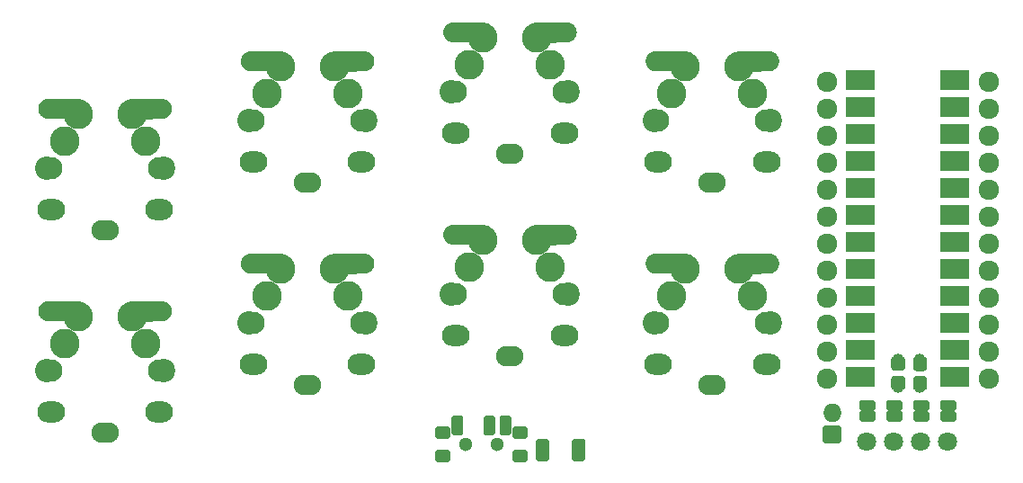
<source format=gts>
G04 #@! TF.GenerationSoftware,KiCad,Pcbnew,5.1.9*
G04 #@! TF.CreationDate,2021-04-16T07:13:37-05:00*
G04 #@! TF.ProjectId,artboard,61727462-6f61-4726-942e-6b696361645f,2.0*
G04 #@! TF.SameCoordinates,Original*
G04 #@! TF.FileFunction,Soldermask,Top*
G04 #@! TF.FilePolarity,Negative*
%FSLAX46Y46*%
G04 Gerber Fmt 4.6, Leading zero omitted, Abs format (unit mm)*
G04 Created by KiCad (PCBNEW 5.1.9) date 2021-04-16 07:13:37*
%MOMM*%
%LPD*%
G01*
G04 APERTURE LIST*
%ADD10C,1.150000*%
%ADD11C,2.800000*%
%ADD12O,2.600000X2.000000*%
%ADD13C,2.100000*%
%ADD14O,2.600000X1.900000*%
%ADD15C,2.200000*%
%ADD16C,0.100000*%
%ADD17C,1.924000*%
%ADD18C,1.300000*%
%ADD19C,1.797000*%
%ADD20O,1.750000X1.750000*%
G04 APERTURE END LIST*
D10*
X115900800Y-64031000D03*
X115900800Y-66571000D03*
G36*
G01*
X116238300Y-65076000D02*
X115563300Y-65076000D01*
G75*
G02*
X115225800Y-64738500I0J337500D01*
G01*
X115225800Y-64038500D01*
G75*
G02*
X115563300Y-63701000I337500J0D01*
G01*
X116238300Y-63701000D01*
G75*
G02*
X116575800Y-64038500I0J-337500D01*
G01*
X116575800Y-64738500D01*
G75*
G02*
X116238300Y-65076000I-337500J0D01*
G01*
G37*
G36*
G01*
X116238300Y-66901000D02*
X115563300Y-66901000D01*
G75*
G02*
X115225800Y-66563500I0J337500D01*
G01*
X115225800Y-65863500D01*
G75*
G02*
X115563300Y-65526000I337500J0D01*
G01*
X116238300Y-65526000D01*
G75*
G02*
X116575800Y-65863500I0J-337500D01*
G01*
X116575800Y-66563500D01*
G75*
G02*
X116238300Y-66901000I-337500J0D01*
G01*
G37*
G36*
G01*
X116238300Y-66901000D02*
X115563300Y-66901000D01*
G75*
G02*
X115225800Y-66563500I0J337500D01*
G01*
X115225800Y-65863500D01*
G75*
G02*
X115563300Y-65526000I337500J0D01*
G01*
X116238300Y-65526000D01*
G75*
G02*
X116575800Y-65863500I0J-337500D01*
G01*
X116575800Y-66563500D01*
G75*
G02*
X116238300Y-66901000I-337500J0D01*
G01*
G37*
G36*
G01*
X116238300Y-65076000D02*
X115563300Y-65076000D01*
G75*
G02*
X115225800Y-64738500I0J337500D01*
G01*
X115225800Y-64038500D01*
G75*
G02*
X115563300Y-63701000I337500J0D01*
G01*
X116238300Y-63701000D01*
G75*
G02*
X116575800Y-64038500I0J-337500D01*
G01*
X116575800Y-64738500D01*
G75*
G02*
X116238300Y-65076000I-337500J0D01*
G01*
G37*
X117958200Y-64056400D03*
X117958200Y-66596400D03*
G36*
G01*
X118295700Y-65101400D02*
X117620700Y-65101400D01*
G75*
G02*
X117283200Y-64763900I0J337500D01*
G01*
X117283200Y-64063900D01*
G75*
G02*
X117620700Y-63726400I337500J0D01*
G01*
X118295700Y-63726400D01*
G75*
G02*
X118633200Y-64063900I0J-337500D01*
G01*
X118633200Y-64763900D01*
G75*
G02*
X118295700Y-65101400I-337500J0D01*
G01*
G37*
G36*
G01*
X118295700Y-66926400D02*
X117620700Y-66926400D01*
G75*
G02*
X117283200Y-66588900I0J337500D01*
G01*
X117283200Y-65888900D01*
G75*
G02*
X117620700Y-65551400I337500J0D01*
G01*
X118295700Y-65551400D01*
G75*
G02*
X118633200Y-65888900I0J-337500D01*
G01*
X118633200Y-66588900D01*
G75*
G02*
X118295700Y-66926400I-337500J0D01*
G01*
G37*
G36*
G01*
X118295700Y-66926400D02*
X117620700Y-66926400D01*
G75*
G02*
X117283200Y-66588900I0J337500D01*
G01*
X117283200Y-65888900D01*
G75*
G02*
X117620700Y-65551400I337500J0D01*
G01*
X118295700Y-65551400D01*
G75*
G02*
X118633200Y-65888900I0J-337500D01*
G01*
X118633200Y-66588900D01*
G75*
G02*
X118295700Y-66926400I-337500J0D01*
G01*
G37*
G36*
G01*
X118295700Y-65101400D02*
X117620700Y-65101400D01*
G75*
G02*
X117283200Y-64763900I0J337500D01*
G01*
X117283200Y-64063900D01*
G75*
G02*
X117620700Y-63726400I337500J0D01*
G01*
X118295700Y-63726400D01*
G75*
G02*
X118633200Y-64063900I0J-337500D01*
G01*
X118633200Y-64763900D01*
G75*
G02*
X118295700Y-65101400I-337500J0D01*
G01*
G37*
D11*
X64084800Y-38935800D03*
D12*
X65374800Y-45375800D03*
G36*
G01*
X58774667Y-35956342D02*
X58774667Y-35956342D01*
G75*
G02*
X57816413Y-36898016I-949964J8290D01*
G01*
X54916523Y-36872710D01*
G75*
G02*
X53974849Y-35914456I8290J949964D01*
G01*
X53974849Y-35914456D01*
G75*
G02*
X54933103Y-34972782I949964J-8290D01*
G01*
X57832993Y-34998088D01*
G75*
G02*
X58774667Y-35956342I-8290J-949964D01*
G01*
G37*
D11*
X57734800Y-36395800D03*
D13*
X55194800Y-41475800D03*
X65354800Y-41475800D03*
D11*
X56464800Y-38935800D03*
D14*
X60274800Y-47375800D03*
D15*
X65774800Y-41475800D03*
X54774800Y-41475800D03*
D12*
X55174800Y-45375800D03*
G36*
G01*
X61774933Y-35956342D02*
X61774933Y-35956342D01*
G75*
G02*
X62716607Y-34998088I949964J8290D01*
G01*
X65616497Y-34972782D01*
G75*
G02*
X66574751Y-35914456I8290J-949964D01*
G01*
X66574751Y-35914456D01*
G75*
G02*
X65633077Y-36872710I-949964J-8290D01*
G01*
X62733187Y-36898016D01*
G75*
G02*
X61774933Y-35956342I-8290J949964D01*
G01*
G37*
D11*
X62814800Y-36395800D03*
X45009400Y-43418900D03*
D12*
X46299400Y-49858900D03*
G36*
G01*
X39699267Y-40439442D02*
X39699267Y-40439442D01*
G75*
G02*
X38741013Y-41381116I-949964J8290D01*
G01*
X35841123Y-41355810D01*
G75*
G02*
X34899449Y-40397556I8290J949964D01*
G01*
X34899449Y-40397556D01*
G75*
G02*
X35857703Y-39455882I949964J-8290D01*
G01*
X38757593Y-39481188D01*
G75*
G02*
X39699267Y-40439442I-8290J-949964D01*
G01*
G37*
D11*
X38659400Y-40878900D03*
D13*
X36119400Y-45958900D03*
X46279400Y-45958900D03*
D11*
X37389400Y-43418900D03*
D14*
X41199400Y-51858900D03*
D15*
X46699400Y-45958900D03*
X35699400Y-45958900D03*
D12*
X36099400Y-49858900D03*
G36*
G01*
X42699533Y-40439442D02*
X42699533Y-40439442D01*
G75*
G02*
X43641207Y-39481188I949964J8290D01*
G01*
X46541097Y-39455882D01*
G75*
G02*
X47499351Y-40397556I8290J-949964D01*
G01*
X47499351Y-40397556D01*
G75*
G02*
X46557677Y-41355810I-949964J-8290D01*
G01*
X43657787Y-41381116D01*
G75*
G02*
X42699533Y-40439442I-8290J949964D01*
G01*
G37*
D11*
X43739400Y-40878900D03*
X83147500Y-36218000D03*
D12*
X84437500Y-42658000D03*
G36*
G01*
X77837367Y-33238542D02*
X77837367Y-33238542D01*
G75*
G02*
X76879113Y-34180216I-949964J8290D01*
G01*
X73979223Y-34154910D01*
G75*
G02*
X73037549Y-33196656I8290J949964D01*
G01*
X73037549Y-33196656D01*
G75*
G02*
X73995803Y-32254982I949964J-8290D01*
G01*
X76895693Y-32280288D01*
G75*
G02*
X77837367Y-33238542I-8290J-949964D01*
G01*
G37*
D11*
X76797500Y-33678000D03*
D13*
X74257500Y-38758000D03*
X84417500Y-38758000D03*
D11*
X75527500Y-36218000D03*
D14*
X79337500Y-44658000D03*
D15*
X84837500Y-38758000D03*
X73837500Y-38758000D03*
D12*
X74237500Y-42658000D03*
G36*
G01*
X80837633Y-33238542D02*
X80837633Y-33238542D01*
G75*
G02*
X81779307Y-32280288I949964J8290D01*
G01*
X84679197Y-32254982D01*
G75*
G02*
X85637451Y-33196656I8290J-949964D01*
G01*
X85637451Y-33196656D01*
G75*
G02*
X84695777Y-34154910I-949964J-8290D01*
G01*
X81795887Y-34180216D01*
G75*
G02*
X80837633Y-33238542I-8290J949964D01*
G01*
G37*
D11*
X81877500Y-33678000D03*
X102210200Y-38935800D03*
D12*
X103500200Y-45375800D03*
G36*
G01*
X96900067Y-35956342D02*
X96900067Y-35956342D01*
G75*
G02*
X95941813Y-36898016I-949964J8290D01*
G01*
X93041923Y-36872710D01*
G75*
G02*
X92100249Y-35914456I8290J949964D01*
G01*
X92100249Y-35914456D01*
G75*
G02*
X93058503Y-34972782I949964J-8290D01*
G01*
X95958393Y-34998088D01*
G75*
G02*
X96900067Y-35956342I-8290J-949964D01*
G01*
G37*
D11*
X95860200Y-36395800D03*
D13*
X93320200Y-41475800D03*
X103480200Y-41475800D03*
D11*
X94590200Y-38935800D03*
D14*
X98400200Y-47375800D03*
D15*
X103900200Y-41475800D03*
X92900200Y-41475800D03*
D12*
X93300200Y-45375800D03*
G36*
G01*
X99900333Y-35956342D02*
X99900333Y-35956342D01*
G75*
G02*
X100842007Y-34998088I949964J8290D01*
G01*
X103741897Y-34972782D01*
G75*
G02*
X104700151Y-35914456I8290J-949964D01*
G01*
X104700151Y-35914456D01*
G75*
G02*
X103758477Y-36872710I-949964J-8290D01*
G01*
X100858587Y-36898016D01*
G75*
G02*
X99900333Y-35956342I-8290J949964D01*
G01*
G37*
D11*
X100940200Y-36395800D03*
X83147500Y-55268000D03*
D12*
X84437500Y-61708000D03*
G36*
G01*
X77837367Y-52288542D02*
X77837367Y-52288542D01*
G75*
G02*
X76879113Y-53230216I-949964J8290D01*
G01*
X73979223Y-53204910D01*
G75*
G02*
X73037549Y-52246656I8290J949964D01*
G01*
X73037549Y-52246656D01*
G75*
G02*
X73995803Y-51304982I949964J-8290D01*
G01*
X76895693Y-51330288D01*
G75*
G02*
X77837367Y-52288542I-8290J-949964D01*
G01*
G37*
D11*
X76797500Y-52728000D03*
D13*
X74257500Y-57808000D03*
X84417500Y-57808000D03*
D11*
X75527500Y-55268000D03*
D14*
X79337500Y-63708000D03*
D15*
X84837500Y-57808000D03*
X73837500Y-57808000D03*
D12*
X74237500Y-61708000D03*
G36*
G01*
X80837633Y-52288542D02*
X80837633Y-52288542D01*
G75*
G02*
X81779307Y-51330288I949964J8290D01*
G01*
X84679197Y-51304982D01*
G75*
G02*
X85637451Y-52246656I8290J-949964D01*
G01*
X85637451Y-52246656D01*
G75*
G02*
X84695777Y-53204910I-949964J-8290D01*
G01*
X81795887Y-53230216D01*
G75*
G02*
X80837633Y-52288542I-8290J949964D01*
G01*
G37*
D11*
X81877500Y-52728000D03*
X102210200Y-57985800D03*
D12*
X103500200Y-64425800D03*
G36*
G01*
X96900067Y-55006342D02*
X96900067Y-55006342D01*
G75*
G02*
X95941813Y-55948016I-949964J8290D01*
G01*
X93041923Y-55922710D01*
G75*
G02*
X92100249Y-54964456I8290J949964D01*
G01*
X92100249Y-54964456D01*
G75*
G02*
X93058503Y-54022782I949964J-8290D01*
G01*
X95958393Y-54048088D01*
G75*
G02*
X96900067Y-55006342I-8290J-949964D01*
G01*
G37*
D11*
X95860200Y-55445800D03*
D13*
X93320200Y-60525800D03*
X103480200Y-60525800D03*
D11*
X94590200Y-57985800D03*
D14*
X98400200Y-66425800D03*
D15*
X103900200Y-60525800D03*
X92900200Y-60525800D03*
D12*
X93300200Y-64425800D03*
G36*
G01*
X99900333Y-55006342D02*
X99900333Y-55006342D01*
G75*
G02*
X100842007Y-54048088I949964J8290D01*
G01*
X103741897Y-54022782D01*
G75*
G02*
X104700151Y-54964456I8290J-949964D01*
G01*
X104700151Y-54964456D01*
G75*
G02*
X103758477Y-55922710I-949964J-8290D01*
G01*
X100858587Y-55948016D01*
G75*
G02*
X99900333Y-55006342I-8290J949964D01*
G01*
G37*
D11*
X100940200Y-55445800D03*
X45009400Y-62468900D03*
D12*
X46299400Y-68908900D03*
G36*
G01*
X39699267Y-59489442D02*
X39699267Y-59489442D01*
G75*
G02*
X38741013Y-60431116I-949964J8290D01*
G01*
X35841123Y-60405810D01*
G75*
G02*
X34899449Y-59447556I8290J949964D01*
G01*
X34899449Y-59447556D01*
G75*
G02*
X35857703Y-58505882I949964J-8290D01*
G01*
X38757593Y-58531188D01*
G75*
G02*
X39699267Y-59489442I-8290J-949964D01*
G01*
G37*
D11*
X38659400Y-59928900D03*
D13*
X36119400Y-65008900D03*
X46279400Y-65008900D03*
D11*
X37389400Y-62468900D03*
D14*
X41199400Y-70908900D03*
D15*
X46699400Y-65008900D03*
X35699400Y-65008900D03*
D12*
X36099400Y-68908900D03*
G36*
G01*
X42699533Y-59489442D02*
X42699533Y-59489442D01*
G75*
G02*
X43641207Y-58531188I949964J8290D01*
G01*
X46541097Y-58505882D01*
G75*
G02*
X47499351Y-59447556I8290J-949964D01*
G01*
X47499351Y-59447556D01*
G75*
G02*
X46557677Y-60405810I-949964J-8290D01*
G01*
X43657787Y-60431116D01*
G75*
G02*
X42699533Y-59489442I-8290J949964D01*
G01*
G37*
D11*
X43739400Y-59928900D03*
X64084800Y-57985800D03*
D12*
X65374800Y-64425800D03*
G36*
G01*
X58774667Y-55006342D02*
X58774667Y-55006342D01*
G75*
G02*
X57816413Y-55948016I-949964J8290D01*
G01*
X54916523Y-55922710D01*
G75*
G02*
X53974849Y-54964456I8290J949964D01*
G01*
X53974849Y-54964456D01*
G75*
G02*
X54933103Y-54022782I949964J-8290D01*
G01*
X57832993Y-54048088D01*
G75*
G02*
X58774667Y-55006342I-8290J-949964D01*
G01*
G37*
D11*
X57734800Y-55445800D03*
D13*
X55194800Y-60525800D03*
X65354800Y-60525800D03*
D11*
X56464800Y-57985800D03*
D14*
X60274800Y-66425800D03*
D15*
X65774800Y-60525800D03*
X54774800Y-60525800D03*
D12*
X55174800Y-64425800D03*
G36*
G01*
X61774933Y-55006342D02*
X61774933Y-55006342D01*
G75*
G02*
X62716607Y-54048088I949964J8290D01*
G01*
X65616497Y-54022782D01*
G75*
G02*
X66574751Y-54964456I8290J-949964D01*
G01*
X66574751Y-54964456D01*
G75*
G02*
X65633077Y-55922710I-949964J-8290D01*
G01*
X62733187Y-55948016D01*
G75*
G02*
X61774933Y-55006342I-8290J949964D01*
G01*
G37*
D11*
X62814800Y-55445800D03*
D16*
G36*
X110998700Y-51353900D02*
G01*
X110998700Y-49453900D01*
X112398700Y-49453900D01*
X112398700Y-51353900D01*
X110998700Y-51353900D01*
G37*
G36*
X121158700Y-51353900D02*
G01*
X121158700Y-49453900D01*
X122558700Y-49453900D01*
X122558700Y-51353900D01*
X121158700Y-51353900D01*
G37*
G36*
X112268700Y-38653900D02*
G01*
X112268700Y-36753900D01*
X113668700Y-36753900D01*
X113668700Y-38653900D01*
X112268700Y-38653900D01*
G37*
G36*
X119888700Y-64053900D02*
G01*
X119888700Y-62153900D01*
X121288700Y-62153900D01*
X121288700Y-64053900D01*
X119888700Y-64053900D01*
G37*
G36*
X110998700Y-66593900D02*
G01*
X110998700Y-64693900D01*
X112398700Y-64693900D01*
X112398700Y-66593900D01*
X110998700Y-66593900D01*
G37*
G36*
X110998700Y-53893900D02*
G01*
X110998700Y-51993900D01*
X112398700Y-51993900D01*
X112398700Y-53893900D01*
X110998700Y-53893900D01*
G37*
G36*
X112268700Y-46273900D02*
G01*
X112268700Y-44373900D01*
X113668700Y-44373900D01*
X113668700Y-46273900D01*
X112268700Y-46273900D01*
G37*
G36*
X121158700Y-46273900D02*
G01*
X121158700Y-44373900D01*
X122558700Y-44373900D01*
X122558700Y-46273900D01*
X121158700Y-46273900D01*
G37*
G36*
X121158700Y-58973900D02*
G01*
X121158700Y-57073900D01*
X122558700Y-57073900D01*
X122558700Y-58973900D01*
X121158700Y-58973900D01*
G37*
G36*
X121158700Y-66593900D02*
G01*
X121158700Y-64693900D01*
X122558700Y-64693900D01*
X122558700Y-66593900D01*
X121158700Y-66593900D01*
G37*
G36*
X119888700Y-48813900D02*
G01*
X119888700Y-46913900D01*
X121288700Y-46913900D01*
X121288700Y-48813900D01*
X119888700Y-48813900D01*
G37*
G36*
X112268700Y-64053900D02*
G01*
X112268700Y-62153900D01*
X113668700Y-62153900D01*
X113668700Y-64053900D01*
X112268700Y-64053900D01*
G37*
G36*
X121158700Y-48813900D02*
G01*
X121158700Y-46913900D01*
X122558700Y-46913900D01*
X122558700Y-48813900D01*
X121158700Y-48813900D01*
G37*
G36*
X110998700Y-46273900D02*
G01*
X110998700Y-44373900D01*
X112398700Y-44373900D01*
X112398700Y-46273900D01*
X110998700Y-46273900D01*
G37*
G36*
X110998700Y-43733900D02*
G01*
X110998700Y-41833900D01*
X112398700Y-41833900D01*
X112398700Y-43733900D01*
X110998700Y-43733900D01*
G37*
G36*
X121158700Y-41193900D02*
G01*
X121158700Y-39293900D01*
X122558700Y-39293900D01*
X122558700Y-41193900D01*
X121158700Y-41193900D01*
G37*
G36*
X112268700Y-41193900D02*
G01*
X112268700Y-39293900D01*
X113668700Y-39293900D01*
X113668700Y-41193900D01*
X112268700Y-41193900D01*
G37*
G36*
X121158700Y-43733900D02*
G01*
X121158700Y-41833900D01*
X122558700Y-41833900D01*
X122558700Y-43733900D01*
X121158700Y-43733900D01*
G37*
G36*
X121158700Y-53893900D02*
G01*
X121158700Y-51993900D01*
X122558700Y-51993900D01*
X122558700Y-53893900D01*
X121158700Y-53893900D01*
G37*
G36*
X121158700Y-61513900D02*
G01*
X121158700Y-59613900D01*
X122558700Y-59613900D01*
X122558700Y-61513900D01*
X121158700Y-61513900D01*
G37*
G36*
X112268700Y-53893900D02*
G01*
X112268700Y-51993900D01*
X113668700Y-51993900D01*
X113668700Y-53893900D01*
X112268700Y-53893900D01*
G37*
G36*
X119888700Y-46273900D02*
G01*
X119888700Y-44373900D01*
X121288700Y-44373900D01*
X121288700Y-46273900D01*
X119888700Y-46273900D01*
G37*
G36*
X110998700Y-61513900D02*
G01*
X110998700Y-59613900D01*
X112398700Y-59613900D01*
X112398700Y-61513900D01*
X110998700Y-61513900D01*
G37*
G36*
X119888700Y-66593900D02*
G01*
X119888700Y-64693900D01*
X121288700Y-64693900D01*
X121288700Y-66593900D01*
X119888700Y-66593900D01*
G37*
G36*
X119888700Y-51353900D02*
G01*
X119888700Y-49453900D01*
X121288700Y-49453900D01*
X121288700Y-51353900D01*
X119888700Y-51353900D01*
G37*
G36*
X119888700Y-56433900D02*
G01*
X119888700Y-54533900D01*
X121288700Y-54533900D01*
X121288700Y-56433900D01*
X119888700Y-56433900D01*
G37*
G36*
X121158700Y-56433900D02*
G01*
X121158700Y-54533900D01*
X122558700Y-54533900D01*
X122558700Y-56433900D01*
X121158700Y-56433900D01*
G37*
G36*
X112268700Y-61513900D02*
G01*
X112268700Y-59613900D01*
X113668700Y-59613900D01*
X113668700Y-61513900D01*
X112268700Y-61513900D01*
G37*
G36*
X121158700Y-38653900D02*
G01*
X121158700Y-36753900D01*
X122558700Y-36753900D01*
X122558700Y-38653900D01*
X121158700Y-38653900D01*
G37*
G36*
X119888700Y-58973900D02*
G01*
X119888700Y-57073900D01*
X121288700Y-57073900D01*
X121288700Y-58973900D01*
X119888700Y-58973900D01*
G37*
G36*
X119888700Y-53893900D02*
G01*
X119888700Y-51993900D01*
X121288700Y-51993900D01*
X121288700Y-53893900D01*
X119888700Y-53893900D01*
G37*
G36*
X119888700Y-38653900D02*
G01*
X119888700Y-36753900D01*
X121288700Y-36753900D01*
X121288700Y-38653900D01*
X119888700Y-38653900D01*
G37*
G36*
X112268700Y-66593900D02*
G01*
X112268700Y-64693900D01*
X113668700Y-64693900D01*
X113668700Y-66593900D01*
X112268700Y-66593900D01*
G37*
G36*
X110998700Y-48813900D02*
G01*
X110998700Y-46913900D01*
X112398700Y-46913900D01*
X112398700Y-48813900D01*
X110998700Y-48813900D01*
G37*
G36*
X119888700Y-43733900D02*
G01*
X119888700Y-41833900D01*
X121288700Y-41833900D01*
X121288700Y-43733900D01*
X119888700Y-43733900D01*
G37*
G36*
X119888700Y-61513900D02*
G01*
X119888700Y-59613900D01*
X121288700Y-59613900D01*
X121288700Y-61513900D01*
X119888700Y-61513900D01*
G37*
G36*
X112268700Y-58973900D02*
G01*
X112268700Y-57073900D01*
X113668700Y-57073900D01*
X113668700Y-58973900D01*
X112268700Y-58973900D01*
G37*
G36*
X110998700Y-41193900D02*
G01*
X110998700Y-39293900D01*
X112398700Y-39293900D01*
X112398700Y-41193900D01*
X110998700Y-41193900D01*
G37*
G36*
X110998700Y-38653900D02*
G01*
X110998700Y-36753900D01*
X112398700Y-36753900D01*
X112398700Y-38653900D01*
X110998700Y-38653900D01*
G37*
G36*
X112268700Y-51353900D02*
G01*
X112268700Y-49453900D01*
X113668700Y-49453900D01*
X113668700Y-51353900D01*
X112268700Y-51353900D01*
G37*
G36*
X119888700Y-41193900D02*
G01*
X119888700Y-39293900D01*
X121288700Y-39293900D01*
X121288700Y-41193900D01*
X119888700Y-41193900D01*
G37*
G36*
X110998700Y-64053900D02*
G01*
X110998700Y-62153900D01*
X112398700Y-62153900D01*
X112398700Y-64053900D01*
X110998700Y-64053900D01*
G37*
G36*
X112268700Y-56433900D02*
G01*
X112268700Y-54533900D01*
X113668700Y-54533900D01*
X113668700Y-56433900D01*
X112268700Y-56433900D01*
G37*
G36*
X110998700Y-58973900D02*
G01*
X110998700Y-57073900D01*
X112398700Y-57073900D01*
X112398700Y-58973900D01*
X110998700Y-58973900D01*
G37*
G36*
X110998700Y-56433900D02*
G01*
X110998700Y-54533900D01*
X112398700Y-54533900D01*
X112398700Y-56433900D01*
X110998700Y-56433900D01*
G37*
G36*
X112268700Y-43733900D02*
G01*
X112268700Y-41833900D01*
X113668700Y-41833900D01*
X113668700Y-43733900D01*
X112268700Y-43733900D01*
G37*
G36*
X112268700Y-48813900D02*
G01*
X112268700Y-46913900D01*
X113668700Y-46913900D01*
X113668700Y-48813900D01*
X112268700Y-48813900D01*
G37*
G36*
X121158700Y-64053900D02*
G01*
X121158700Y-62153900D01*
X122558700Y-62153900D01*
X122558700Y-64053900D01*
X121158700Y-64053900D01*
G37*
G36*
X121158700Y-53893900D02*
G01*
X121158700Y-51993900D01*
X122558700Y-51993900D01*
X122558700Y-53893900D01*
X121158700Y-53893900D01*
G37*
G36*
X110998700Y-53893900D02*
G01*
X110998700Y-51993900D01*
X112398700Y-51993900D01*
X112398700Y-53893900D01*
X110998700Y-53893900D01*
G37*
G36*
X119888700Y-53893900D02*
G01*
X119888700Y-51993900D01*
X121288700Y-51993900D01*
X121288700Y-53893900D01*
X119888700Y-53893900D01*
G37*
G36*
X112268700Y-53893900D02*
G01*
X112268700Y-51993900D01*
X113668700Y-51993900D01*
X113668700Y-53893900D01*
X112268700Y-53893900D01*
G37*
G36*
X121158700Y-56433900D02*
G01*
X121158700Y-54533900D01*
X122558700Y-54533900D01*
X122558700Y-56433900D01*
X121158700Y-56433900D01*
G37*
G36*
X110998700Y-56433900D02*
G01*
X110998700Y-54533900D01*
X112398700Y-54533900D01*
X112398700Y-56433900D01*
X110998700Y-56433900D01*
G37*
G36*
X119888700Y-56433900D02*
G01*
X119888700Y-54533900D01*
X121288700Y-54533900D01*
X121288700Y-56433900D01*
X119888700Y-56433900D01*
G37*
G36*
X112268700Y-56433900D02*
G01*
X112268700Y-54533900D01*
X113668700Y-54533900D01*
X113668700Y-56433900D01*
X112268700Y-56433900D01*
G37*
G36*
X121158700Y-58973900D02*
G01*
X121158700Y-57073900D01*
X122558700Y-57073900D01*
X122558700Y-58973900D01*
X121158700Y-58973900D01*
G37*
G36*
X110998700Y-58973900D02*
G01*
X110998700Y-57073900D01*
X112398700Y-57073900D01*
X112398700Y-58973900D01*
X110998700Y-58973900D01*
G37*
G36*
X119888700Y-58973900D02*
G01*
X119888700Y-57073900D01*
X121288700Y-57073900D01*
X121288700Y-58973900D01*
X119888700Y-58973900D01*
G37*
G36*
X112268700Y-58973900D02*
G01*
X112268700Y-57073900D01*
X113668700Y-57073900D01*
X113668700Y-58973900D01*
X112268700Y-58973900D01*
G37*
G36*
X121158700Y-61513900D02*
G01*
X121158700Y-59613900D01*
X122558700Y-59613900D01*
X122558700Y-61513900D01*
X121158700Y-61513900D01*
G37*
G36*
X110998700Y-61513900D02*
G01*
X110998700Y-59613900D01*
X112398700Y-59613900D01*
X112398700Y-61513900D01*
X110998700Y-61513900D01*
G37*
G36*
X119888700Y-61513900D02*
G01*
X119888700Y-59613900D01*
X121288700Y-59613900D01*
X121288700Y-61513900D01*
X119888700Y-61513900D01*
G37*
G36*
X112268700Y-61513900D02*
G01*
X112268700Y-59613900D01*
X113668700Y-59613900D01*
X113668700Y-61513900D01*
X112268700Y-61513900D01*
G37*
G36*
X121158700Y-64053900D02*
G01*
X121158700Y-62153900D01*
X122558700Y-62153900D01*
X122558700Y-64053900D01*
X121158700Y-64053900D01*
G37*
G36*
X110998700Y-64053900D02*
G01*
X110998700Y-62153900D01*
X112398700Y-62153900D01*
X112398700Y-64053900D01*
X110998700Y-64053900D01*
G37*
G36*
X119888700Y-64053900D02*
G01*
X119888700Y-62153900D01*
X121288700Y-62153900D01*
X121288700Y-64053900D01*
X119888700Y-64053900D01*
G37*
G36*
X112268700Y-64053900D02*
G01*
X112268700Y-62153900D01*
X113668700Y-62153900D01*
X113668700Y-64053900D01*
X112268700Y-64053900D01*
G37*
G36*
X121158700Y-66593900D02*
G01*
X121158700Y-64693900D01*
X122558700Y-64693900D01*
X122558700Y-66593900D01*
X121158700Y-66593900D01*
G37*
G36*
X110998700Y-66593900D02*
G01*
X110998700Y-64693900D01*
X112398700Y-64693900D01*
X112398700Y-66593900D01*
X110998700Y-66593900D01*
G37*
G36*
X119888700Y-66593900D02*
G01*
X119888700Y-64693900D01*
X121288700Y-64693900D01*
X121288700Y-66593900D01*
X119888700Y-66593900D01*
G37*
G36*
X112268700Y-66593900D02*
G01*
X112268700Y-64693900D01*
X113668700Y-64693900D01*
X113668700Y-66593900D01*
X112268700Y-66593900D01*
G37*
G36*
X121158700Y-51353900D02*
G01*
X121158700Y-49453900D01*
X122558700Y-49453900D01*
X122558700Y-51353900D01*
X121158700Y-51353900D01*
G37*
G36*
X110998700Y-51353900D02*
G01*
X110998700Y-49453900D01*
X112398700Y-49453900D01*
X112398700Y-51353900D01*
X110998700Y-51353900D01*
G37*
G36*
X119888700Y-51353900D02*
G01*
X119888700Y-49453900D01*
X121288700Y-49453900D01*
X121288700Y-51353900D01*
X119888700Y-51353900D01*
G37*
G36*
X112268700Y-51353900D02*
G01*
X112268700Y-49453900D01*
X113668700Y-49453900D01*
X113668700Y-51353900D01*
X112268700Y-51353900D01*
G37*
G36*
X121158700Y-48813900D02*
G01*
X121158700Y-46913900D01*
X122558700Y-46913900D01*
X122558700Y-48813900D01*
X121158700Y-48813900D01*
G37*
G36*
X110998700Y-48813900D02*
G01*
X110998700Y-46913900D01*
X112398700Y-46913900D01*
X112398700Y-48813900D01*
X110998700Y-48813900D01*
G37*
G36*
X119888700Y-48813900D02*
G01*
X119888700Y-46913900D01*
X121288700Y-46913900D01*
X121288700Y-48813900D01*
X119888700Y-48813900D01*
G37*
G36*
X112268700Y-48813900D02*
G01*
X112268700Y-46913900D01*
X113668700Y-46913900D01*
X113668700Y-48813900D01*
X112268700Y-48813900D01*
G37*
G36*
X121158700Y-46273900D02*
G01*
X121158700Y-44373900D01*
X122558700Y-44373900D01*
X122558700Y-46273900D01*
X121158700Y-46273900D01*
G37*
G36*
X110998700Y-46273900D02*
G01*
X110998700Y-44373900D01*
X112398700Y-44373900D01*
X112398700Y-46273900D01*
X110998700Y-46273900D01*
G37*
G36*
X119888700Y-46273900D02*
G01*
X119888700Y-44373900D01*
X121288700Y-44373900D01*
X121288700Y-46273900D01*
X119888700Y-46273900D01*
G37*
G36*
X112268700Y-46273900D02*
G01*
X112268700Y-44373900D01*
X113668700Y-44373900D01*
X113668700Y-46273900D01*
X112268700Y-46273900D01*
G37*
G36*
X121158700Y-43733900D02*
G01*
X121158700Y-41833900D01*
X122558700Y-41833900D01*
X122558700Y-43733900D01*
X121158700Y-43733900D01*
G37*
G36*
X110998700Y-43733900D02*
G01*
X110998700Y-41833900D01*
X112398700Y-41833900D01*
X112398700Y-43733900D01*
X110998700Y-43733900D01*
G37*
G36*
X119888700Y-43733900D02*
G01*
X119888700Y-41833900D01*
X121288700Y-41833900D01*
X121288700Y-43733900D01*
X119888700Y-43733900D01*
G37*
G36*
X112268700Y-43733900D02*
G01*
X112268700Y-41833900D01*
X113668700Y-41833900D01*
X113668700Y-43733900D01*
X112268700Y-43733900D01*
G37*
G36*
X121158700Y-41193900D02*
G01*
X121158700Y-39293900D01*
X122558700Y-39293900D01*
X122558700Y-41193900D01*
X121158700Y-41193900D01*
G37*
G36*
X110998700Y-41193900D02*
G01*
X110998700Y-39293900D01*
X112398700Y-39293900D01*
X112398700Y-41193900D01*
X110998700Y-41193900D01*
G37*
G36*
X119888700Y-41193900D02*
G01*
X119888700Y-39293900D01*
X121288700Y-39293900D01*
X121288700Y-41193900D01*
X119888700Y-41193900D01*
G37*
G36*
X112268700Y-41193900D02*
G01*
X112268700Y-39293900D01*
X113668700Y-39293900D01*
X113668700Y-41193900D01*
X112268700Y-41193900D01*
G37*
G36*
X119888700Y-38653900D02*
G01*
X119888700Y-36753900D01*
X121288700Y-36753900D01*
X121288700Y-38653900D01*
X119888700Y-38653900D01*
G37*
G36*
X121158700Y-38653900D02*
G01*
X121158700Y-36753900D01*
X122558700Y-36753900D01*
X122558700Y-38653900D01*
X121158700Y-38653900D01*
G37*
G36*
X112268700Y-38653900D02*
G01*
X112268700Y-36753900D01*
X113668700Y-36753900D01*
X113668700Y-38653900D01*
X112268700Y-38653900D01*
G37*
G36*
X110998700Y-38653900D02*
G01*
X110998700Y-36753900D01*
X112398700Y-36753900D01*
X112398700Y-38653900D01*
X110998700Y-38653900D01*
G37*
D17*
X124435100Y-37830900D03*
X124435100Y-40370900D03*
X124435100Y-42910900D03*
X124435100Y-45450900D03*
X124435100Y-47990900D03*
X124435100Y-50530900D03*
X124435100Y-53070900D03*
X124435100Y-55610900D03*
X124435100Y-58150900D03*
X124435100Y-60690900D03*
X124435100Y-63230900D03*
X124435100Y-65770900D03*
X109215100Y-65770900D03*
X109215100Y-63230900D03*
X109215100Y-60690900D03*
X109215100Y-58150900D03*
X109215100Y-55610900D03*
X109215100Y-53070900D03*
X109215100Y-50530900D03*
X109215100Y-47990900D03*
X109215100Y-45450900D03*
X109215100Y-42910900D03*
X109215100Y-40370900D03*
X109215100Y-37830900D03*
G36*
G01*
X83062700Y-71677300D02*
X83062700Y-73377300D01*
G75*
G02*
X82862700Y-73577300I-200000J0D01*
G01*
X81962700Y-73577300D01*
G75*
G02*
X81762700Y-73377300I0J200000D01*
G01*
X81762700Y-71677300D01*
G75*
G02*
X81962700Y-71477300I200000J0D01*
G01*
X82862700Y-71477300D01*
G75*
G02*
X83062700Y-71677300I0J-200000D01*
G01*
G37*
G36*
G01*
X86462700Y-71677300D02*
X86462700Y-73377300D01*
G75*
G02*
X86262700Y-73577300I-200000J0D01*
G01*
X85362700Y-73577300D01*
G75*
G02*
X85162700Y-73377300I0J200000D01*
G01*
X85162700Y-71677300D01*
G75*
G02*
X85362700Y-71477300I200000J0D01*
G01*
X86262700Y-71477300D01*
G75*
G02*
X86462700Y-71677300I0J-200000D01*
G01*
G37*
D18*
X75145100Y-71968300D03*
X78145100Y-71968300D03*
G36*
G01*
X73845100Y-70958300D02*
X73845100Y-69458300D01*
G75*
G02*
X74045100Y-69258300I200000J0D01*
G01*
X74745100Y-69258300D01*
G75*
G02*
X74945100Y-69458300I0J-200000D01*
G01*
X74945100Y-70958300D01*
G75*
G02*
X74745100Y-71158300I-200000J0D01*
G01*
X74045100Y-71158300D01*
G75*
G02*
X73845100Y-70958300I0J200000D01*
G01*
G37*
G36*
G01*
X76845100Y-70958300D02*
X76845100Y-69458300D01*
G75*
G02*
X77045100Y-69258300I200000J0D01*
G01*
X77745100Y-69258300D01*
G75*
G02*
X77945100Y-69458300I0J-200000D01*
G01*
X77945100Y-70958300D01*
G75*
G02*
X77745100Y-71158300I-200000J0D01*
G01*
X77045100Y-71158300D01*
G75*
G02*
X76845100Y-70958300I0J200000D01*
G01*
G37*
G36*
G01*
X78345100Y-70958300D02*
X78345100Y-69458300D01*
G75*
G02*
X78545100Y-69258300I200000J0D01*
G01*
X79245100Y-69258300D01*
G75*
G02*
X79445100Y-69458300I0J-200000D01*
G01*
X79445100Y-70958300D01*
G75*
G02*
X79245100Y-71158300I-200000J0D01*
G01*
X78545100Y-71158300D01*
G75*
G02*
X78345100Y-70958300I0J200000D01*
G01*
G37*
G36*
G01*
X72295100Y-73468300D02*
X72295100Y-72668300D01*
G75*
G02*
X72495100Y-72468300I200000J0D01*
G01*
X73495100Y-72468300D01*
G75*
G02*
X73695100Y-72668300I0J-200000D01*
G01*
X73695100Y-73468300D01*
G75*
G02*
X73495100Y-73668300I-200000J0D01*
G01*
X72495100Y-73668300D01*
G75*
G02*
X72295100Y-73468300I0J200000D01*
G01*
G37*
G36*
G01*
X79595100Y-73468300D02*
X79595100Y-72668300D01*
G75*
G02*
X79795100Y-72468300I200000J0D01*
G01*
X80795100Y-72468300D01*
G75*
G02*
X80995100Y-72668300I0J-200000D01*
G01*
X80995100Y-73468300D01*
G75*
G02*
X80795100Y-73668300I-200000J0D01*
G01*
X79795100Y-73668300D01*
G75*
G02*
X79595100Y-73468300I0J200000D01*
G01*
G37*
G36*
G01*
X79595100Y-71258300D02*
X79595100Y-70458300D01*
G75*
G02*
X79795100Y-70258300I200000J0D01*
G01*
X80795100Y-70258300D01*
G75*
G02*
X80995100Y-70458300I0J-200000D01*
G01*
X80995100Y-71258300D01*
G75*
G02*
X80795100Y-71458300I-200000J0D01*
G01*
X79795100Y-71458300D01*
G75*
G02*
X79595100Y-71258300I0J200000D01*
G01*
G37*
G36*
G01*
X72295100Y-71258300D02*
X72295100Y-70458300D01*
G75*
G02*
X72495100Y-70258300I200000J0D01*
G01*
X73495100Y-70258300D01*
G75*
G02*
X73695100Y-70458300I0J-200000D01*
G01*
X73695100Y-71258300D01*
G75*
G02*
X73495100Y-71458300I-200000J0D01*
G01*
X72495100Y-71458300D01*
G75*
G02*
X72295100Y-71258300I0J200000D01*
G01*
G37*
X78145100Y-71968300D03*
X75145100Y-71968300D03*
G36*
G01*
X120028300Y-67801320D02*
X121171300Y-67801320D01*
G75*
G02*
X121371300Y-68001320I0J-200000D01*
G01*
X121371300Y-68636320D01*
G75*
G02*
X121171300Y-68836320I-200000J0D01*
G01*
X120028300Y-68836320D01*
G75*
G02*
X119828300Y-68636320I0J200000D01*
G01*
X119828300Y-68001320D01*
G75*
G02*
X120028300Y-67801320I200000J0D01*
G01*
G37*
G36*
G01*
X120028300Y-68802080D02*
X121171300Y-68802080D01*
G75*
G02*
X121371300Y-69002080I0J-200000D01*
G01*
X121371300Y-69637080D01*
G75*
G02*
X121171300Y-69837080I-200000J0D01*
G01*
X120028300Y-69837080D01*
G75*
G02*
X119828300Y-69637080I0J200000D01*
G01*
X119828300Y-69002080D01*
G75*
G02*
X120028300Y-68802080I200000J0D01*
G01*
G37*
G36*
G01*
X117488300Y-67801320D02*
X118631300Y-67801320D01*
G75*
G02*
X118831300Y-68001320I0J-200000D01*
G01*
X118831300Y-68636320D01*
G75*
G02*
X118631300Y-68836320I-200000J0D01*
G01*
X117488300Y-68836320D01*
G75*
G02*
X117288300Y-68636320I0J200000D01*
G01*
X117288300Y-68001320D01*
G75*
G02*
X117488300Y-67801320I200000J0D01*
G01*
G37*
G36*
G01*
X117488300Y-68802080D02*
X118631300Y-68802080D01*
G75*
G02*
X118831300Y-69002080I0J-200000D01*
G01*
X118831300Y-69637080D01*
G75*
G02*
X118631300Y-69837080I-200000J0D01*
G01*
X117488300Y-69837080D01*
G75*
G02*
X117288300Y-69637080I0J200000D01*
G01*
X117288300Y-69002080D01*
G75*
G02*
X117488300Y-68802080I200000J0D01*
G01*
G37*
G36*
G01*
X114961000Y-67801320D02*
X116104000Y-67801320D01*
G75*
G02*
X116304000Y-68001320I0J-200000D01*
G01*
X116304000Y-68636320D01*
G75*
G02*
X116104000Y-68836320I-200000J0D01*
G01*
X114961000Y-68836320D01*
G75*
G02*
X114761000Y-68636320I0J200000D01*
G01*
X114761000Y-68001320D01*
G75*
G02*
X114961000Y-67801320I200000J0D01*
G01*
G37*
G36*
G01*
X114961000Y-68802080D02*
X116104000Y-68802080D01*
G75*
G02*
X116304000Y-69002080I0J-200000D01*
G01*
X116304000Y-69637080D01*
G75*
G02*
X116104000Y-69837080I-200000J0D01*
G01*
X114961000Y-69837080D01*
G75*
G02*
X114761000Y-69637080I0J200000D01*
G01*
X114761000Y-69002080D01*
G75*
G02*
X114961000Y-68802080I200000J0D01*
G01*
G37*
G36*
G01*
X112421000Y-67801320D02*
X113564000Y-67801320D01*
G75*
G02*
X113764000Y-68001320I0J-200000D01*
G01*
X113764000Y-68636320D01*
G75*
G02*
X113564000Y-68836320I-200000J0D01*
G01*
X112421000Y-68836320D01*
G75*
G02*
X112221000Y-68636320I0J200000D01*
G01*
X112221000Y-68001320D01*
G75*
G02*
X112421000Y-67801320I200000J0D01*
G01*
G37*
G36*
G01*
X112421000Y-68802080D02*
X113564000Y-68802080D01*
G75*
G02*
X113764000Y-69002080I0J-200000D01*
G01*
X113764000Y-69637080D01*
G75*
G02*
X113564000Y-69837080I-200000J0D01*
G01*
X112421000Y-69837080D01*
G75*
G02*
X112221000Y-69637080I0J200000D01*
G01*
X112221000Y-69002080D01*
G75*
G02*
X112421000Y-68802080I200000J0D01*
G01*
G37*
D19*
X112954400Y-71689100D03*
X115494400Y-71689100D03*
X118034400Y-71689100D03*
X120574400Y-71689100D03*
G36*
G01*
X110540100Y-70379100D02*
X110540100Y-71729100D01*
G75*
G02*
X110340100Y-71929100I-200000J0D01*
G01*
X108990100Y-71929100D01*
G75*
G02*
X108790100Y-71729100I0J200000D01*
G01*
X108790100Y-70379100D01*
G75*
G02*
X108990100Y-70179100I200000J0D01*
G01*
X110340100Y-70179100D01*
G75*
G02*
X110540100Y-70379100I0J-200000D01*
G01*
G37*
D20*
X109665100Y-69054100D03*
M02*

</source>
